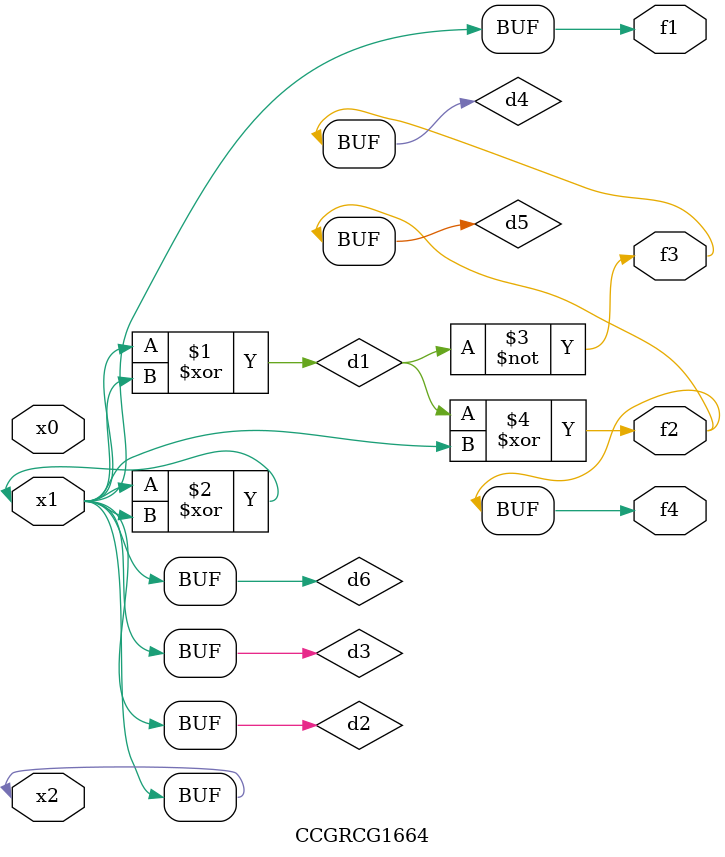
<source format=v>
module CCGRCG1664(
	input x0, x1, x2,
	output f1, f2, f3, f4
);

	wire d1, d2, d3, d4, d5, d6;

	xor (d1, x1, x2);
	buf (d2, x1, x2);
	xor (d3, x1, x2);
	nor (d4, d1);
	xor (d5, d1, d2);
	buf (d6, d2, d3);
	assign f1 = d6;
	assign f2 = d5;
	assign f3 = d4;
	assign f4 = d5;
endmodule

</source>
